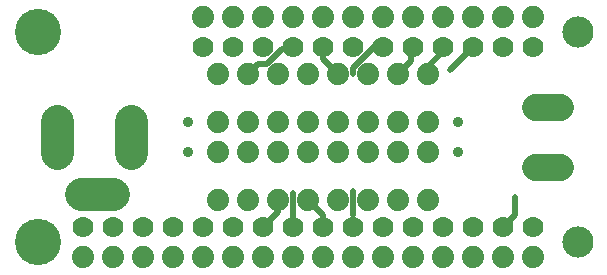
<source format=gbr>
G04 EAGLE Gerber RS-274X export*
G75*
%MOMM*%
%FSLAX34Y34*%
%LPD*%
%INSoldermask Bottom*%
%IPPOS*%
%AMOC8*
5,1,8,0,0,1.08239X$1,22.5*%
G01*
%ADD10C,0.508000*%
%ADD11C,0.901600*%
%ADD12C,2.641600*%
%ADD13C,3.911600*%
%ADD14C,1.879600*%
%ADD15C,1.778000*%
%ADD16C,2.801600*%
%ADD17C,2.286000*%


D10*
X292100Y48260D02*
X292100Y68580D01*
X266700Y48260D02*
X266700Y45720D01*
X266700Y48260D02*
X259080Y55880D01*
X241300Y46990D02*
X241300Y67310D01*
X228600Y50800D02*
X220980Y43180D01*
X228600Y50800D02*
X228600Y55880D01*
X429260Y49530D02*
X429260Y63500D01*
X212090Y176530D02*
X207010Y171450D01*
X212090Y176530D02*
X219710Y176530D01*
X232410Y189230D01*
X238760Y189230D01*
X276860Y170180D02*
X279400Y170180D01*
X276860Y170180D02*
X266700Y180340D01*
X266700Y186690D01*
X292100Y172720D02*
X311150Y191770D01*
X292100Y172720D02*
X292100Y167640D01*
X341630Y179070D02*
X341630Y186690D01*
X341630Y179070D02*
X332740Y170180D01*
X355600Y173990D02*
X367030Y185420D01*
X355600Y173990D02*
X355600Y170180D01*
X374650Y171450D02*
X393700Y190500D01*
D11*
X152400Y127000D03*
X152400Y101600D03*
X381000Y127000D03*
X381000Y101600D03*
D10*
X429260Y48260D02*
X421640Y40640D01*
D12*
X482600Y203200D03*
X482600Y25400D03*
D13*
X25400Y203200D03*
X25400Y25400D03*
D14*
X165100Y215900D03*
X190500Y215900D03*
X215900Y215900D03*
X241300Y215900D03*
X266700Y215900D03*
X292100Y215900D03*
X317500Y215900D03*
X342900Y215900D03*
X368300Y215900D03*
X393700Y215900D03*
X419100Y215900D03*
X444500Y215900D03*
X165100Y12700D03*
X190500Y12700D03*
X215900Y12700D03*
X241300Y12700D03*
X266700Y12700D03*
X292100Y12700D03*
X317500Y12700D03*
X342900Y12700D03*
X368300Y12700D03*
X393700Y12700D03*
X419100Y12700D03*
X444500Y12700D03*
X139700Y12700D03*
X114300Y12700D03*
X88900Y12700D03*
X63500Y12700D03*
X355600Y127000D03*
X355600Y101600D03*
X330200Y127000D03*
X330200Y101600D03*
X304800Y127000D03*
X304800Y101600D03*
X279400Y127000D03*
X279400Y101600D03*
X254000Y127000D03*
X254000Y101600D03*
X228600Y127000D03*
X228600Y101600D03*
X203200Y127000D03*
X203200Y101600D03*
X177800Y127000D03*
X177800Y101600D03*
X177800Y167640D03*
X203200Y167640D03*
X228600Y167640D03*
X254000Y167640D03*
X279400Y167640D03*
X304800Y167640D03*
X330200Y167640D03*
X355600Y167640D03*
X355600Y60960D03*
X330200Y60960D03*
X304800Y60960D03*
X279400Y60960D03*
X254000Y60960D03*
X228600Y60960D03*
X203200Y60960D03*
X177800Y60960D03*
D15*
X165100Y190500D03*
X190500Y190500D03*
X215900Y190500D03*
X241300Y190500D03*
X266700Y190500D03*
X292100Y190500D03*
X317500Y190500D03*
X342900Y190500D03*
X368300Y190500D03*
X393700Y190500D03*
X419100Y190500D03*
X444500Y190500D03*
X444500Y38100D03*
X419100Y38100D03*
X393700Y38100D03*
X368300Y38100D03*
X342900Y38100D03*
X317500Y38100D03*
X292100Y38100D03*
X266700Y38100D03*
X241300Y38100D03*
X215900Y38100D03*
X190500Y38100D03*
X165100Y38100D03*
X139700Y38100D03*
X114300Y38100D03*
X88900Y38100D03*
X63500Y38100D03*
D16*
X104250Y100800D02*
X104250Y127800D01*
X41750Y127800D02*
X41750Y100800D01*
X62250Y66300D02*
X89250Y66300D01*
D17*
X446278Y88900D02*
X468122Y88900D01*
X468122Y139700D02*
X446278Y139700D01*
M02*

</source>
